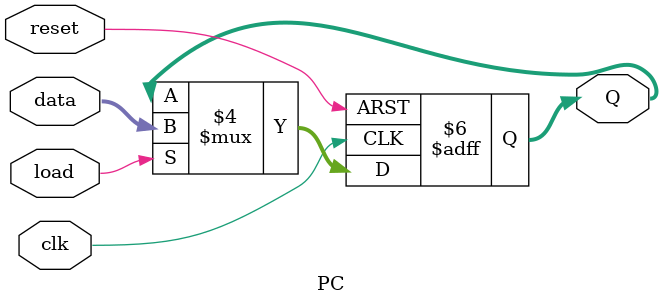
<source format=v>
`timescale 1ns / 1ps


module PC #(parameter N=6 )(
input clk, 
input reset, 
input load, 
input [N-1:0] data, 
output reg [N-1:0] Q
);
    
    always @(posedge (clk) or posedge(reset))begin
        if (reset == 1'b1)
            Q <= {N{1'b0}};
        else begin
            if(load == 1'b1)
               Q <= data;
        end
    end 
    
endmodule

</source>
